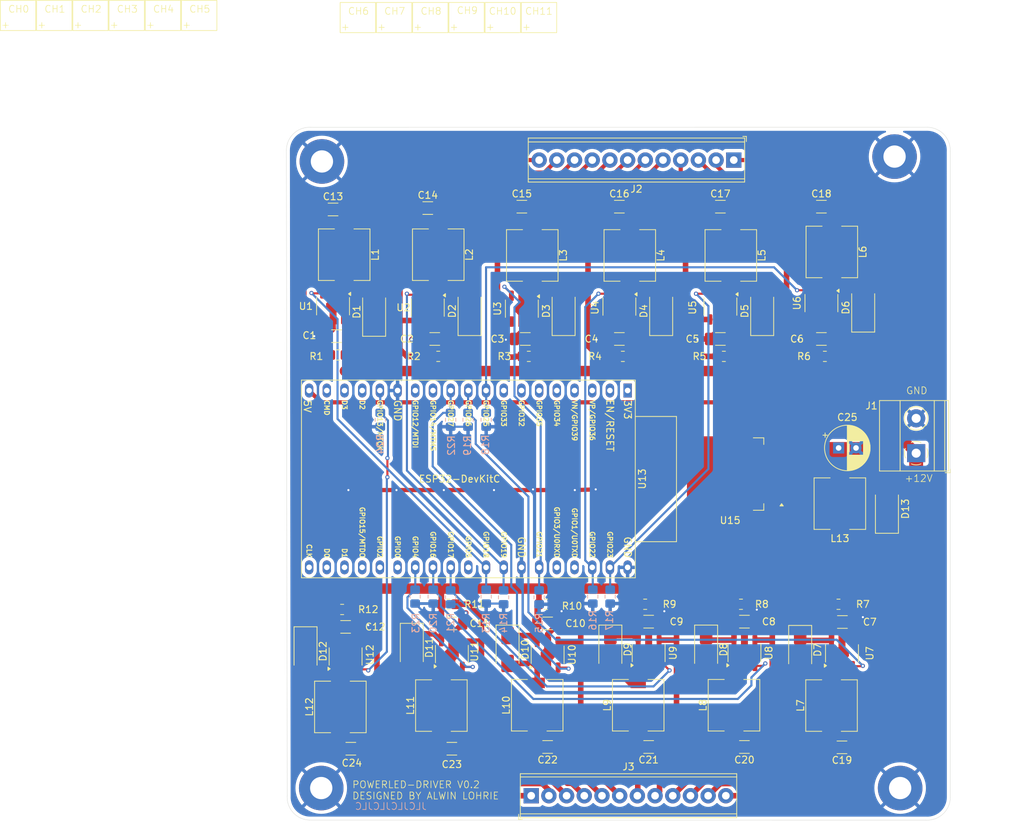
<source format=kicad_pcb>
(kicad_pcb
	(version 20240108)
	(generator "pcbnew")
	(generator_version "8.0")
	(general
		(thickness 1.6)
		(legacy_teardrops no)
	)
	(paper "A4")
	(layers
		(0 "F.Cu" signal)
		(31 "B.Cu" signal)
		(32 "B.Adhes" user "B.Adhesive")
		(33 "F.Adhes" user "F.Adhesive")
		(34 "B.Paste" user)
		(35 "F.Paste" user)
		(36 "B.SilkS" user "B.Silkscreen")
		(37 "F.SilkS" user "F.Silkscreen")
		(38 "B.Mask" user)
		(39 "F.Mask" user)
		(40 "Dwgs.User" user "User.Drawings")
		(41 "Cmts.User" user "User.Comments")
		(42 "Eco1.User" user "User.Eco1")
		(43 "Eco2.User" user "User.Eco2")
		(44 "Edge.Cuts" user)
		(45 "Margin" user)
		(46 "B.CrtYd" user "B.Courtyard")
		(47 "F.CrtYd" user "F.Courtyard")
		(48 "B.Fab" user)
		(49 "F.Fab" user)
		(50 "User.1" user)
		(51 "User.2" user)
		(52 "User.3" user)
		(53 "User.4" user)
		(54 "User.5" user)
		(55 "User.6" user)
		(56 "User.7" user)
		(57 "User.8" user)
		(58 "User.9" user)
	)
	(setup
		(stackup
			(layer "F.SilkS"
				(type "Top Silk Screen")
				(color "Black")
			)
			(layer "F.Paste"
				(type "Top Solder Paste")
			)
			(layer "F.Mask"
				(type "Top Solder Mask")
				(color "White")
				(thickness 0.01)
			)
			(layer "F.Cu"
				(type "copper")
				(thickness 0.035)
			)
			(layer "dielectric 1"
				(type "core")
				(thickness 1.51)
				(material "FR4")
				(epsilon_r 4.5)
				(loss_tangent 0.02)
			)
			(layer "B.Cu"
				(type "copper")
				(thickness 0.035)
			)
			(layer "B.Mask"
				(type "Bottom Solder Mask")
				(color "White")
				(thickness 0.01)
			)
			(layer "B.Paste"
				(type "Bottom Solder Paste")
			)
			(layer "B.SilkS"
				(type "Bottom Silk Screen")
				(color "Black")
			)
			(copper_finish "None")
			(dielectric_constraints no)
		)
		(pad_to_mask_clearance 0)
		(allow_soldermask_bridges_in_footprints no)
		(pcbplotparams
			(layerselection 0x00010fc_ffffffff)
			(plot_on_all_layers_selection 0x0000000_00000000)
			(disableapertmacros no)
			(usegerberextensions no)
			(usegerberattributes yes)
			(usegerberadvancedattributes yes)
			(creategerberjobfile yes)
			(dashed_line_dash_ratio 12.000000)
			(dashed_line_gap_ratio 3.000000)
			(svgprecision 4)
			(plotframeref no)
			(viasonmask no)
			(mode 1)
			(useauxorigin no)
			(hpglpennumber 1)
			(hpglpenspeed 20)
			(hpglpendiameter 15.000000)
			(pdf_front_fp_property_popups yes)
			(pdf_back_fp_property_popups yes)
			(dxfpolygonmode yes)
			(dxfimperialunits yes)
			(dxfusepcbnewfont yes)
			(psnegative no)
			(psa4output no)
			(plotreference yes)
			(plotvalue yes)
			(plotfptext yes)
			(plotinvisibletext no)
			(sketchpadsonfab no)
			(subtractmaskfromsilk no)
			(outputformat 1)
			(mirror no)
			(drillshape 0)
			(scaleselection 1)
			(outputdirectory "production")
		)
	)
	(net 0 "")
	(net 1 "Net-(D1-K)")
	(net 2 "Net-(D1-A)")
	(net 3 "Net-(D2-A)")
	(net 4 "Net-(D3-A)")
	(net 5 "Net-(D4-A)")
	(net 6 "Net-(D5-A)")
	(net 7 "Net-(D6-A)")
	(net 8 "Net-(D7-A)")
	(net 9 "Net-(D8-A)")
	(net 10 "Net-(D9-A)")
	(net 11 "/DIM0")
	(net 12 "Net-(D10-A)")
	(net 13 "Net-(D11-A)")
	(net 14 "Net-(D12-A)")
	(net 15 "Net-(U10-DIM)")
	(net 16 "Net-(U12-DIM)")
	(net 17 "Net-(U11-DIM)")
	(net 18 "Net-(U13-GPIO19)")
	(net 19 "Net-(U13-GPIO21)")
	(net 20 "Net-(U13-GPIO22)")
	(net 21 "Net-(U13-GPIO23)")
	(net 22 "Net-(U13-DAC_1{slash}ADC2_CH8{slash}GPIO25)")
	(net 23 "Net-(U13-DAC_2{slash}ADC2_CH9{slash}GPIO26)")
	(net 24 "Net-(U13-GPIO16)")
	(net 25 "Net-(U13-GPIO17)")
	(net 26 "unconnected-(U13-SD_CLK{slash}GPIO6-Pad20)")
	(net 27 "unconnected-(U13-CHIP_PU-Pad2)")
	(net 28 "unconnected-(U13-SD_DATA2{slash}GPIO9-Pad16)")
	(net 29 "unconnected-(U13-SENSOR_VN{slash}GPIO39{slash}ADC1_CH3-Pad4)")
	(net 30 "unconnected-(U13-MTDO{slash}GPIO15{slash}ADC2_CH3-Pad23)")
	(net 31 "unconnected-(U13-GPIO5-Pad29)")
	(net 32 "unconnected-(U13-SD_DATA1{slash}GPIO8-Pad22)")
	(net 33 "unconnected-(U13-SD_DATA3{slash}GPIO10-Pad17)")
	(net 34 "unconnected-(U13-32K_XP{slash}GPIO32{slash}ADC1_CH4-Pad7)")
	(net 35 "unconnected-(U13-SENSOR_VP{slash}GPIO36{slash}ADC1_CH0-Pad3)")
	(net 36 "unconnected-(U13-32K_XN{slash}GPIO33{slash}ADC1_CH5-Pad8)")
	(net 37 "unconnected-(U13-SD_DATA0{slash}GPIO7-Pad21)")
	(net 38 "unconnected-(U13-GPIO0{slash}BOOT{slash}ADC2_CH1-Pad25)")
	(net 39 "unconnected-(U13-VDET_2{slash}GPIO35{slash}ADC1_CH7-Pad6)")
	(net 40 "unconnected-(U13-3V3-Pad1)")
	(net 41 "unconnected-(U13-U0RXD{slash}GPIO3-Pad34)")
	(net 42 "unconnected-(U13-U0TXD{slash}GPIO1-Pad35)")
	(net 43 "unconnected-(U13-MTMS{slash}GPIO14{slash}ADC2_CH6-Pad12)")
	(net 44 "unconnected-(U13-MTDI{slash}GPIO12{slash}ADC2_CH5-Pad13)")
	(net 45 "unconnected-(U13-VDET_1{slash}GPIO34{slash}ADC1_CH6-Pad5)")
	(net 46 "unconnected-(U13-ADC2_CH2{slash}GPIO2-Pad24)")
	(net 47 "unconnected-(U13-CMD-Pad18)")
	(net 48 "Earth")
	(net 49 "Net-(J2-Pin_6)")
	(net 50 "Net-(J2-Pin_8)")
	(net 51 "Net-(J2-Pin_10)")
	(net 52 "Net-(J2-Pin_3)")
	(net 53 "Net-(J2-Pin_2)")
	(net 54 "Net-(J2-Pin_5)")
	(net 55 "Net-(J2-Pin_7)")
	(net 56 "Net-(J2-Pin_12)")
	(net 57 "Net-(J2-Pin_1)")
	(net 58 "Net-(J2-Pin_9)")
	(net 59 "Net-(J2-Pin_4)")
	(net 60 "Net-(J2-Pin_11)")
	(net 61 "Net-(J3-Pin_6)")
	(net 62 "Net-(J3-Pin_12)")
	(net 63 "Net-(J3-Pin_2)")
	(net 64 "Net-(J3-Pin_11)")
	(net 65 "Net-(J3-Pin_8)")
	(net 66 "Net-(J3-Pin_9)")
	(net 67 "Net-(J3-Pin_3)")
	(net 68 "Net-(J3-Pin_5)")
	(net 69 "Net-(J3-Pin_7)")
	(net 70 "Net-(J3-Pin_4)")
	(net 71 "Net-(J3-Pin_1)")
	(net 72 "Net-(J3-Pin_10)")
	(net 73 "Net-(U13-5V)")
	(net 74 "Net-(D13-K)")
	(footprint "Capacitor_SMD:C_1206_3216Metric_Pad1.33x1.80mm_HandSolder" (layer "F.Cu") (at 89.29656 44.095))
	(footprint "Capacitor_SMD:C_1206_3216Metric_Pad1.33x1.80mm_HandSolder" (layer "F.Cu") (at 148.75 121.55 180))
	(footprint "Diode_SMD:D_SMA" (layer "F.Cu") (at 122.79656 58.895 90))
	(footprint "Capacitor_SMD:C_1206_3216Metric_Pad1.33x1.80mm_HandSolder" (layer "F.Cu") (at 77.5 104.25 180))
	(footprint "TerminalBlock_Phoenix:TerminalBlock_Phoenix_MKDS-1,5-2_1x02_P5.00mm_Horizontal" (layer "F.Cu") (at 159.4 79.3 90))
	(footprint "Package_TO_SOT_SMD:SOT-89-5" (layer "F.Cu") (at 92.75 108.15 90))
	(footprint "Inductor_SMD:L_7.3x7.3_H3.5" (layer "F.Cu") (at 77.29656 50.795 -90))
	(footprint "Inductor_SMD:L_7.3x7.3_H3.5" (layer "F.Cu") (at 104.29656 50.895 -90))
	(footprint "Capacitor_SMD:C_1206_3216Metric_Pad1.33x1.80mm_HandSolder" (layer "F.Cu") (at 106.5 121.5 180))
	(footprint "Package_TO_SOT_SMD:SOT-89-5" (layer "F.Cu") (at 106.5 108.25 90))
	(footprint "Inductor_SMD:L_7.3x7.3_H3.5" (layer "F.Cu") (at 147.25 115.55 90))
	(footprint "Package_TO_SOT_SMD:SOT-89-5" (layer "F.Cu") (at 145.79656 57.745 -90))
	(footprint "Diode_SMD:D_SMA" (layer "F.Cu") (at 115.5 107.5 -90))
	(footprint "Capacitor_SMD:C_1206_3216Metric_Pad1.33x1.80mm_HandSolder" (layer "F.Cu") (at 145.79656 62.895))
	(footprint "Capacitor_SMD:C_1206_3216Metric_Pad1.33x1.80mm_HandSolder" (layer "F.Cu") (at 106.5 103.75 180))
	(footprint "Capacitor_SMD:C_1206_3216Metric_Pad1.33x1.80mm_HandSolder" (layer "F.Cu") (at 121 121.5 180))
	(footprint "Resistor_SMD:R_0805_2012Metric_Pad1.20x1.40mm_HandSolder" (layer "F.Cu") (at 90.79656 65.395))
	(footprint "Resistor_SMD:R_0805_2012Metric_Pad1.20x1.40mm_HandSolder" (layer "F.Cu") (at 106.25 101 180))
	(footprint "Diode_SMD:D_SMA" (layer "F.Cu") (at 129.25 107.5 -90))
	(footprint "Inductor_SMD:L_7.3x7.3_H3.5" (layer "F.Cu") (at 105 115.5 90))
	(footprint "TerminalBlock_Phoenix:TerminalBlock_Phoenix_MPT-0,5-12-2.54_1x12_P2.54mm_Horizontal" (layer "F.Cu") (at 133.22 37.2 180))
	(footprint "Capacitor_THT:CP_Radial_D6.3mm_P2.50mm" (layer "F.Cu") (at 148.267621 78.55))
	(footprint "Diode_SMD:D_SMA" (layer "F.Cu") (at 142.75 107.55 -90))
	(footprint "Package_TO_SOT_SMD:SOT-89-5" (layer "F.Cu") (at 89.29656 58.395 -90))
	(footprint "Diode_SMD:D_SMA" (layer "F.Cu") (at 137.29656 58.895 90))
	(footprint "Capacitor_SMD:C_1206_3216Metric_Pad1.33x1.80mm_HandSolder" (layer "F.Cu") (at 116.79656 43.895))
	(footprint "Diode_SMD:D_SMA" (layer "F.Cu") (at 95.29656 58.895 90))
	(footprint "Diode_SMD:D_SMA" (layer "F.Cu") (at 108.79656 58.895 90))
	(footprint "Package_TO_SOT_SMD:TO-263-5_TabPin3"
		(layer "F.Cu")
		(uuid "64038aa8-09f4-488d-8256-fde7e4a81d1d")
		(at 132.7 82.3 180)
		(descr "TO-263/D2PAK/DDPAK SMD package, http://www.infineon.com/cms/en/product/packages/PG-TO263/PG-TO263-5-1/")
		(tags "D2PAK DDPAK TO-263 D2PAK-5 TO-263-5 SOT-426")
		(property "Reference" "U15"
			(at 0 -6.65 180)
			(layer "F.SilkS")
			(uuid "e6ae4abf-791c-4229-afda-0ca5bab3dcb9")
			(effects
				(font
					(size 1 1)
					(thickness 0.15)
				)
			)
		)
		(property "Value" "LM2596T-5"
			(at 0 6.65 180)
			(layer "F.Fab")
			(uuid "27bb71e3-73c2-43d6-966f-9e7a031ee0a4")
			(effects
				(font
					(size 1 1)
					(thickness 0.15)
				)
			)
		)
		(property "Footprint" "Package_TO_SOT_SMD:TO-263-5_TabPin3"
			(at 0 0 180)
			(unlocked yes)
			(layer "F.Fab")
			(hide yes)
			(uuid "d71a58e4-4a48-4b69-bdae-d027579f740e")
			(effects
				(font
					(size 1.27 1.27)
				)
			)
		)
		(property "Datasheet" "http://www.ti.com/lit/ds/symlink/lm2596.pdf"
			(at 0 0 180)
			(unlocked yes)
			(layer "F.Fab")
			(hide yes)
			(uuid "7132396d-f804-46a7-a314-a27d73a8fc08")
			(effects
				(font
					(size 1.27 1.27)
				)
			)
		)
		(property "Description" "5V 3A 150kHz Step-Down Voltage Regulator, TO-220"
			(at 0 0 180)
			(unlocked yes)
			(layer "F.Fab")
			(hide yes)
			(uuid "db10902a-1381-44aa-8b68-73f96f0f34aa")
			(effects
				(font
					(size 1.27 1.27)
				)
			)
		)
		(property ki_fp_filters "TO?220*")
		(path "/c50036c1-8fd5-4381-8da5-d4baff40278e")
		(sheetname "Root")
		(sheetfile "controller.kicad_sch")
		(attr smd)
		(fp_line
			(start -3.325 5.2)
			(end -4.825 5.2)
			(stroke
				(width 0.12)
				(type solid)
			)
			(layer "F.SilkS")
			(uuid "f590f845-23c7-4e7f-bfe1-55d7ffcbc38e")
		)
		(fp_line
			(start -3.325 -5.2)
			(end -4.825 -5.2)
			(stroke
				(width 0.12)
				(type solid)
			)
			(layer "F.SilkS")
			(uuid "42e2e3b0-29aa-43c8-8e20-6f4c03f02b81")
		)
		(fp_line
			(start -4.825 5.2)
			(end -4.825 4.25)
			(stroke
				(width 0.12)
				(type solid)
			)
			(layer "F.SilkS")
			(uuid "99d05d94-72b9-4442-b0de-0bad9b21d302")
		)
		(fp_line
			(start -4.825 -5.2)
			(end -4.825 -4.25)
			(stroke
				(width 0.12)
				(type solid)
			)
			(layer "F.SilkS")
			(uuid "24d7c68e-443b-4c1c-992f-49adec96a68c")
		)
		(fp_poly
			(pts
				(xy -7.3875 -4.25) (xy -7.6275 -4.58) (xy -7.1475 -4.58) (xy -7.3875 -4.25)
			)
			(stroke
				(width 0.12)
				(type solid)
			)
			(fill solid)
			(layer "F.SilkS")
			(uuid "67a18045-1907-4988-b497-41e8b43ae234")
		)
		(fp_line
			(start 6.45 5.65)
			(end 6.45 -5.65)
			(stroke
				(width 0.05)
				(type solid)
			)
			(layer "F.CrtYd")
			(uuid "c531a71c-95db-414d-8811-da1541909d2c")
		)
		(fp_line
			(start 6.45 -5.65)
			(end -10.2 -5.65)
			(stroke
				(width 0.05)
				(type solid)
			)
			(layer "F.CrtYd")
			(uuid "6bacf563-2220-4188-9ca3-468db26a3b7b")
		)
		(fp_line
			(start -10.2 5.65)
			(end 6.45 5.65)
			(stroke
				(width 0.05)
				(type solid)
			)
			(layer "F.CrtYd")
			(uuid "96efc56b-8490-4b42-a4f7-0b2069a0270d")
		)
		(fp_line
			(start -10.2 -5.65)
			(end -10.2 5.65)
			(stroke
				(width 0.05)
				(type solid)
			)
			(layer "F.CrtYd")
			(uuid "8994f766-b772-478b-b66e-bd200cfe102c")
		)
		(fp_line
			(start 5.625 5)
			(end 4.625 5)
			(stroke
				(width 0.1)
				(type solid)
			)
			(layer "F.Fab")
			(uuid "eefb2b1c-afb7-4aa4-9a47-6e3feadf9ff4")
		)
		(fp_line
			(start 5.625 -5)
			(end 5.625 5)
			(stroke
				(width 0.1)
				(type solid)
			)
			(layer "F.Fab")
			(uuid "ad49bcbb-a482-473b-ad69-86f0f2576667")
		)
		(fp_line
			(start 4.625 5)
			(end -4.625 5)
			(stroke
				(width 0.1)
				(type solid)
			)
			(layer "F.Fab")
			(uuid "52a037de-8ecf-4231-9739-b06e55e860ce")
		)
		(fp_line
			(start 4.625 -5)
			(end 5.625 -5)
			(stroke
				(width 0.1)
				(type solid)
			)
			(layer "F.Fab")
			(uuid "3f73fab4-d56e-41f7-a39a-b32c4df6e06a")
		)
		(fp_line
			(start 4.625 -5)
			(end 4.625 5)
			(stroke
				(width 0.1)
				(type solid)
			)
			(layer "F.Fab")
			(uuid "664e8349-f368-4ab0-9503-951b32aea01c")
		)
		(fp_line
			(start -3.625 -5)
			(end 4.625 -5)
			(stroke
				(width 0.1)
				(type solid)
			)
			(layer "F.Fab")
			(uuid "076f59f4-2b72-48b7-89a0-c9b81ab7751e")
		)
		(fp_line
			(start -4.625 5)
			(end -4.625 -4)
			(stroke
				(width 0.1)
				(type solid)
			)
			(layer "F.Fab")
			(uuid "5814908a-b526-4952-8a1c-1a5b7e361057")
		)
		(fp_line
			(start -4.625 3)
			(end -9.325 3)
			(stroke
				(width 0.1)
				(type solid)
			)
			(layer "F.Fab")
			(uuid "9318e9d1-03b1-4ec5-bcdc-0d44f2b234e7")
		)
		(fp_line
			(start -4.625 1.3)
			(end -9.325 1.3)
			(stroke
				(width 0.1)
				(type solid)
			)
			(layer "F.Fab")
			(uuid "f8ba05df-24b0-4ca8-a01e-051de53580f3")
		)
		(fp_line
			(start -4.625 -0.4)
			(end -9.325 -0.4)
			(stroke
				(width 0.1)
				(type solid)
			)
			(layer "F.Fab")
			(uuid "0ef44536-2d5a-430e-85fc-c8dfb5fc4d83")
		)
		(fp_line
			(start -4.625 -2.1)
			(end -9.325 -2.1)
			(stroke
				(width 0.1)
				(type solid)
			)
			(layer "F.Fab")
			(uuid "640c0394-b4ef-4b85-983b-bafdc4ccb642")
		)
		(fp_line
			(start -4.625 -3.8)
			(end -9.325 -3.8)
			(stroke
				(width 0.1)
				(type solid)
			)
			(layer "F.Fab")
			(uuid "c764850e-59c3-4b6f-b363-8cebdc11a72e")
		)
		(fp_line
			(start -4.625 -4)
			(end -3.625 -5)
			(stroke
				(width 0.1)
				(type solid)
			)
			(layer "F.Fab")
			(uuid "113a50d3-3cba-46dc-9a9b-9f4356837201")
		)
		(fp_line
			(start -9.325 3.8)
			(end -4.625 3.8)
			(stroke
				(width 0.1)
				(type solid)
			)
			(layer "F.Fab")
			(uuid "31c237bb-c787-495e-894d-417e2020b15e")
		)
		(fp_line
			(start -9.325 3)
			(end -9.325 3.8)
			(stroke
				(width 0.1)
				(type solid)
			)
			(layer "F.Fab")
			(uuid "306b07ae-43d5-47e5-b804-570d2017dd8f")
		)
		(fp_line
			(start -9.325 2.1)
			(end -4.625 2.1)
			(stroke
				(width 0.1)
				(type solid)
			)
			(layer "F.Fab")
			(uuid "86cab7a1-0f4e-4af9-880f-79e1ae7bb4da")
		)
		(fp_line
			(start -9.325 1.3)
			(end -9.325 2.1)
			(stroke
				(width 0.1)
				(type solid)
			)
			(layer "F.Fab")
			(uuid "8efadb6c-6409-4f8c-8611-8e205028cc44")
		)
		(fp_line
			(start -9.325 0.4)
			(end -4.625 0.4)
			(stroke
				(width 0.1)
				(type solid)
			)
			(layer "F.Fab")
			(uuid "9fbac653-cfb1-498a-a820-da283260301c")
		)
		(fp_line
			(start -9.325 -0.4)
			(end -9.325 0.4)
			(stroke
				(width 0.1)
				(type solid)
			)
			(layer "F.Fab")
			(uuid "9ad2361a-f0da-4b10-b4a3-f862db9c6e8a")
		)
		(fp_line
			(start -9.325 -1.3)
			(end -4.625 -1.3)
			(stroke
				(width 0.1)
				(type solid)
			)
			(layer "F.Fab")
			(uuid "f6ddfb3f-8097-46b9-9569-b0d49f8848e6")
		)
		(fp_line
			(start -9.325 -2.1)
			(end -9.325 -1.3)
			(stroke
				(width 0.1)
				(type solid)
			)
			(layer "F.Fab")
			(uuid "70e8f2cf-1946-4ae8-9339-a0267f4e2753")
		)
		(fp_line
			(start -9.325 -3)
			(end -4.625 -3)
			(stroke
				(width 0.1)
				(type solid)
			)
			(layer "F.Fab")
			(uuid "de057152-125f-4d87-8093-0f11926eabad")
		)
		(fp_line
			(start -9.325 -3.8)
			(end -9.325 -3)
			(stroke
				(width 0.1)
				(type solid)
			)
			(layer "F.Fab")
			(uuid "83abe5fd-4dc7-452e-9556-230a07b92a19")
		)
		(fp_text user "${REFERENCE}"
			(at 0 0 180)
			(layer "F.Fab")
			(uuid "3c375fe6-bca9-48ff-ac3b-70d8be3a5ff8")
			(effects
				(font
					(size 1 1)
					(thickness 0.15)
				)
			)
		)
		(pad "1" smd roundrect
			(at -7.65 -3.4 180)
			(size 4.6 1.1)
			(layers "F.Cu" "F.Paste" "F.Mask")
			(roundrect_rratio 0.227273)
			(net 1 "Net-(D1-K)")
			(pinfunction "VIN")
			(pintype "power_in")
			(uuid "7f53cd3e-a602-4a5a-a640-a1c13df4c18b")
		)
		(pad "2" smd roundrect
			(at -7.65 -1.7 180)
			(size 4.6 1.1)
			(layers "F.Cu" "F.Paste" "F.Mask")
			(roundrect_rratio 0.227273)
			(net 74 "Net-(D13-K)")
			(pinfunction "OUT")
			(pintype "output")
			(uuid "eece5bf6-4d3d-4add-933a-2b0c73ecfd23")
		)
		(pad "3" smd roundrect
			(at -7.65 0 180)
			(size 4.6 1.1)
			(layers "F.Cu" "F.Paste" "F.Mask")
			(roundrect_rra
... [597799 chars truncated]
</source>
